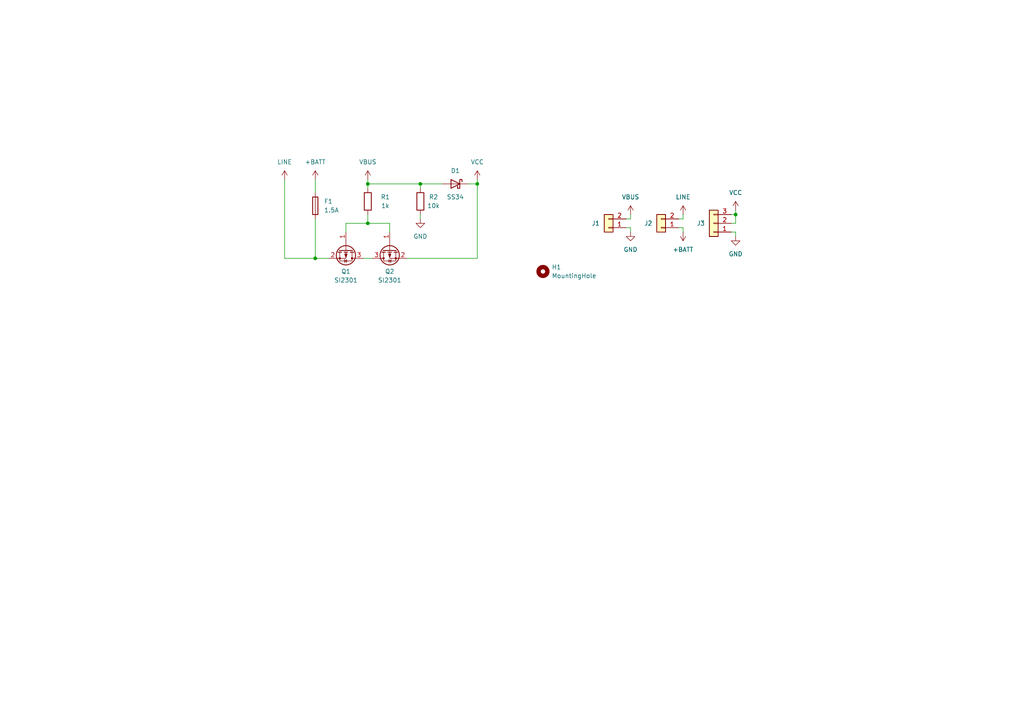
<source format=kicad_sch>
(kicad_sch (version 20230121) (generator eeschema)

  (uuid bf0c3ad5-dd7c-4c9b-a4b0-8fb0fafb42b3)

  (paper "A4")

  (lib_symbols
    (symbol "Connector_Generic:Conn_01x02" (pin_names (offset 1.016) hide) (in_bom yes) (on_board yes)
      (property "Reference" "J" (at 0 2.54 0)
        (effects (font (size 1.27 1.27)))
      )
      (property "Value" "Conn_01x02" (at 0 -5.08 0)
        (effects (font (size 1.27 1.27)))
      )
      (property "Footprint" "" (at 0 0 0)
        (effects (font (size 1.27 1.27)) hide)
      )
      (property "Datasheet" "~" (at 0 0 0)
        (effects (font (size 1.27 1.27)) hide)
      )
      (property "ki_keywords" "connector" (at 0 0 0)
        (effects (font (size 1.27 1.27)) hide)
      )
      (property "ki_description" "Generic connector, single row, 01x02, script generated (kicad-library-utils/schlib/autogen/connector/)" (at 0 0 0)
        (effects (font (size 1.27 1.27)) hide)
      )
      (property "ki_fp_filters" "Connector*:*_1x??_*" (at 0 0 0)
        (effects (font (size 1.27 1.27)) hide)
      )
      (symbol "Conn_01x02_1_1"
        (rectangle (start -1.27 -2.413) (end 0 -2.667)
          (stroke (width 0.1524) (type default))
          (fill (type none))
        )
        (rectangle (start -1.27 0.127) (end 0 -0.127)
          (stroke (width 0.1524) (type default))
          (fill (type none))
        )
        (rectangle (start -1.27 1.27) (end 1.27 -3.81)
          (stroke (width 0.254) (type default))
          (fill (type background))
        )
        (pin passive line (at -5.08 0 0) (length 3.81)
          (name "Pin_1" (effects (font (size 1.27 1.27))))
          (number "1" (effects (font (size 1.27 1.27))))
        )
        (pin passive line (at -5.08 -2.54 0) (length 3.81)
          (name "Pin_2" (effects (font (size 1.27 1.27))))
          (number "2" (effects (font (size 1.27 1.27))))
        )
      )
    )
    (symbol "Connector_Generic:Conn_01x03" (pin_names (offset 1.016) hide) (in_bom yes) (on_board yes)
      (property "Reference" "J" (at 0 5.08 0)
        (effects (font (size 1.27 1.27)))
      )
      (property "Value" "Conn_01x03" (at 0 -5.08 0)
        (effects (font (size 1.27 1.27)))
      )
      (property "Footprint" "" (at 0 0 0)
        (effects (font (size 1.27 1.27)) hide)
      )
      (property "Datasheet" "~" (at 0 0 0)
        (effects (font (size 1.27 1.27)) hide)
      )
      (property "ki_keywords" "connector" (at 0 0 0)
        (effects (font (size 1.27 1.27)) hide)
      )
      (property "ki_description" "Generic connector, single row, 01x03, script generated (kicad-library-utils/schlib/autogen/connector/)" (at 0 0 0)
        (effects (font (size 1.27 1.27)) hide)
      )
      (property "ki_fp_filters" "Connector*:*_1x??_*" (at 0 0 0)
        (effects (font (size 1.27 1.27)) hide)
      )
      (symbol "Conn_01x03_1_1"
        (rectangle (start -1.27 -2.413) (end 0 -2.667)
          (stroke (width 0.1524) (type default))
          (fill (type none))
        )
        (rectangle (start -1.27 0.127) (end 0 -0.127)
          (stroke (width 0.1524) (type default))
          (fill (type none))
        )
        (rectangle (start -1.27 2.667) (end 0 2.413)
          (stroke (width 0.1524) (type default))
          (fill (type none))
        )
        (rectangle (start -1.27 3.81) (end 1.27 -3.81)
          (stroke (width 0.254) (type default))
          (fill (type background))
        )
        (pin passive line (at -5.08 2.54 0) (length 3.81)
          (name "Pin_1" (effects (font (size 1.27 1.27))))
          (number "1" (effects (font (size 1.27 1.27))))
        )
        (pin passive line (at -5.08 0 0) (length 3.81)
          (name "Pin_2" (effects (font (size 1.27 1.27))))
          (number "2" (effects (font (size 1.27 1.27))))
        )
        (pin passive line (at -5.08 -2.54 0) (length 3.81)
          (name "Pin_3" (effects (font (size 1.27 1.27))))
          (number "3" (effects (font (size 1.27 1.27))))
        )
      )
    )
    (symbol "Device:D_Schottky" (pin_numbers hide) (pin_names (offset 1.016) hide) (in_bom yes) (on_board yes)
      (property "Reference" "D" (at 0 2.54 0)
        (effects (font (size 1.27 1.27)))
      )
      (property "Value" "D_Schottky" (at 0 -2.54 0)
        (effects (font (size 1.27 1.27)))
      )
      (property "Footprint" "" (at 0 0 0)
        (effects (font (size 1.27 1.27)) hide)
      )
      (property "Datasheet" "~" (at 0 0 0)
        (effects (font (size 1.27 1.27)) hide)
      )
      (property "ki_keywords" "diode Schottky" (at 0 0 0)
        (effects (font (size 1.27 1.27)) hide)
      )
      (property "ki_description" "Schottky diode" (at 0 0 0)
        (effects (font (size 1.27 1.27)) hide)
      )
      (property "ki_fp_filters" "TO-???* *_Diode_* *SingleDiode* D_*" (at 0 0 0)
        (effects (font (size 1.27 1.27)) hide)
      )
      (symbol "D_Schottky_0_1"
        (polyline
          (pts
            (xy 1.27 0)
            (xy -1.27 0)
          )
          (stroke (width 0) (type default))
          (fill (type none))
        )
        (polyline
          (pts
            (xy 1.27 1.27)
            (xy 1.27 -1.27)
            (xy -1.27 0)
            (xy 1.27 1.27)
          )
          (stroke (width 0.254) (type default))
          (fill (type none))
        )
        (polyline
          (pts
            (xy -1.905 0.635)
            (xy -1.905 1.27)
            (xy -1.27 1.27)
            (xy -1.27 -1.27)
            (xy -0.635 -1.27)
            (xy -0.635 -0.635)
          )
          (stroke (width 0.254) (type default))
          (fill (type none))
        )
      )
      (symbol "D_Schottky_1_1"
        (pin passive line (at -3.81 0 0) (length 2.54)
          (name "K" (effects (font (size 1.27 1.27))))
          (number "1" (effects (font (size 1.27 1.27))))
        )
        (pin passive line (at 3.81 0 180) (length 2.54)
          (name "A" (effects (font (size 1.27 1.27))))
          (number "2" (effects (font (size 1.27 1.27))))
        )
      )
    )
    (symbol "Device:Fuse" (pin_numbers hide) (pin_names (offset 0)) (in_bom yes) (on_board yes)
      (property "Reference" "F" (at 2.032 0 90)
        (effects (font (size 1.27 1.27)))
      )
      (property "Value" "Fuse" (at -1.905 0 90)
        (effects (font (size 1.27 1.27)))
      )
      (property "Footprint" "" (at -1.778 0 90)
        (effects (font (size 1.27 1.27)) hide)
      )
      (property "Datasheet" "~" (at 0 0 0)
        (effects (font (size 1.27 1.27)) hide)
      )
      (property "ki_keywords" "fuse" (at 0 0 0)
        (effects (font (size 1.27 1.27)) hide)
      )
      (property "ki_description" "Fuse" (at 0 0 0)
        (effects (font (size 1.27 1.27)) hide)
      )
      (property "ki_fp_filters" "*Fuse*" (at 0 0 0)
        (effects (font (size 1.27 1.27)) hide)
      )
      (symbol "Fuse_0_1"
        (rectangle (start -0.762 -2.54) (end 0.762 2.54)
          (stroke (width 0.254) (type default))
          (fill (type none))
        )
        (polyline
          (pts
            (xy 0 2.54)
            (xy 0 -2.54)
          )
          (stroke (width 0) (type default))
          (fill (type none))
        )
      )
      (symbol "Fuse_1_1"
        (pin passive line (at 0 3.81 270) (length 1.27)
          (name "~" (effects (font (size 1.27 1.27))))
          (number "1" (effects (font (size 1.27 1.27))))
        )
        (pin passive line (at 0 -3.81 90) (length 1.27)
          (name "~" (effects (font (size 1.27 1.27))))
          (number "2" (effects (font (size 1.27 1.27))))
        )
      )
    )
    (symbol "Device:Q_PMOS_GSD" (pin_names (offset 0) hide) (in_bom yes) (on_board yes)
      (property "Reference" "Q" (at 5.08 1.27 0)
        (effects (font (size 1.27 1.27)) (justify left))
      )
      (property "Value" "Q_PMOS_GSD" (at 5.08 -1.27 0)
        (effects (font (size 1.27 1.27)) (justify left))
      )
      (property "Footprint" "" (at 5.08 2.54 0)
        (effects (font (size 1.27 1.27)) hide)
      )
      (property "Datasheet" "~" (at 0 0 0)
        (effects (font (size 1.27 1.27)) hide)
      )
      (property "ki_keywords" "transistor PMOS P-MOS P-MOSFET" (at 0 0 0)
        (effects (font (size 1.27 1.27)) hide)
      )
      (property "ki_description" "P-MOSFET transistor, gate/source/drain" (at 0 0 0)
        (effects (font (size 1.27 1.27)) hide)
      )
      (symbol "Q_PMOS_GSD_0_1"
        (polyline
          (pts
            (xy 0.254 0)
            (xy -2.54 0)
          )
          (stroke (width 0) (type default))
          (fill (type none))
        )
        (polyline
          (pts
            (xy 0.254 1.905)
            (xy 0.254 -1.905)
          )
          (stroke (width 0.254) (type default))
          (fill (type none))
        )
        (polyline
          (pts
            (xy 0.762 -1.27)
            (xy 0.762 -2.286)
          )
          (stroke (width 0.254) (type default))
          (fill (type none))
        )
        (polyline
          (pts
            (xy 0.762 0.508)
            (xy 0.762 -0.508)
          )
          (stroke (width 0.254) (type default))
          (fill (type none))
        )
        (polyline
          (pts
            (xy 0.762 2.286)
            (xy 0.762 1.27)
          )
          (stroke (width 0.254) (type default))
          (fill (type none))
        )
        (polyline
          (pts
            (xy 2.54 2.54)
            (xy 2.54 1.778)
          )
          (stroke (width 0) (type default))
          (fill (type none))
        )
        (polyline
          (pts
            (xy 2.54 -2.54)
            (xy 2.54 0)
            (xy 0.762 0)
          )
          (stroke (width 0) (type default))
          (fill (type none))
        )
        (polyline
          (pts
            (xy 0.762 1.778)
            (xy 3.302 1.778)
            (xy 3.302 -1.778)
            (xy 0.762 -1.778)
          )
          (stroke (width 0) (type default))
          (fill (type none))
        )
        (polyline
          (pts
            (xy 2.286 0)
            (xy 1.27 0.381)
            (xy 1.27 -0.381)
            (xy 2.286 0)
          )
          (stroke (width 0) (type default))
          (fill (type outline))
        )
        (polyline
          (pts
            (xy 2.794 -0.508)
            (xy 2.921 -0.381)
            (xy 3.683 -0.381)
            (xy 3.81 -0.254)
          )
          (stroke (width 0) (type default))
          (fill (type none))
        )
        (polyline
          (pts
            (xy 3.302 -0.381)
            (xy 2.921 0.254)
            (xy 3.683 0.254)
            (xy 3.302 -0.381)
          )
          (stroke (width 0) (type default))
          (fill (type none))
        )
        (circle (center 1.651 0) (radius 2.794)
          (stroke (width 0.254) (type default))
          (fill (type none))
        )
        (circle (center 2.54 -1.778) (radius 0.254)
          (stroke (width 0) (type default))
          (fill (type outline))
        )
        (circle (center 2.54 1.778) (radius 0.254)
          (stroke (width 0) (type default))
          (fill (type outline))
        )
      )
      (symbol "Q_PMOS_GSD_1_1"
        (pin input line (at -5.08 0 0) (length 2.54)
          (name "G" (effects (font (size 1.27 1.27))))
          (number "1" (effects (font (size 1.27 1.27))))
        )
        (pin passive line (at 2.54 -5.08 90) (length 2.54)
          (name "S" (effects (font (size 1.27 1.27))))
          (number "2" (effects (font (size 1.27 1.27))))
        )
        (pin passive line (at 2.54 5.08 270) (length 2.54)
          (name "D" (effects (font (size 1.27 1.27))))
          (number "3" (effects (font (size 1.27 1.27))))
        )
      )
    )
    (symbol "Device:R" (pin_numbers hide) (pin_names (offset 0)) (in_bom yes) (on_board yes)
      (property "Reference" "R" (at 2.032 0 90)
        (effects (font (size 1.27 1.27)))
      )
      (property "Value" "R" (at 0 0 90)
        (effects (font (size 1.27 1.27)))
      )
      (property "Footprint" "" (at -1.778 0 90)
        (effects (font (size 1.27 1.27)) hide)
      )
      (property "Datasheet" "~" (at 0 0 0)
        (effects (font (size 1.27 1.27)) hide)
      )
      (property "ki_keywords" "R res resistor" (at 0 0 0)
        (effects (font (size 1.27 1.27)) hide)
      )
      (property "ki_description" "Resistor" (at 0 0 0)
        (effects (font (size 1.27 1.27)) hide)
      )
      (property "ki_fp_filters" "R_*" (at 0 0 0)
        (effects (font (size 1.27 1.27)) hide)
      )
      (symbol "R_0_1"
        (rectangle (start -1.016 -2.54) (end 1.016 2.54)
          (stroke (width 0.254) (type default))
          (fill (type none))
        )
      )
      (symbol "R_1_1"
        (pin passive line (at 0 3.81 270) (length 1.27)
          (name "~" (effects (font (size 1.27 1.27))))
          (number "1" (effects (font (size 1.27 1.27))))
        )
        (pin passive line (at 0 -3.81 90) (length 1.27)
          (name "~" (effects (font (size 1.27 1.27))))
          (number "2" (effects (font (size 1.27 1.27))))
        )
      )
    )
    (symbol "Mechanical:MountingHole" (pin_names (offset 1.016)) (in_bom yes) (on_board yes)
      (property "Reference" "H" (at 0 5.08 0)
        (effects (font (size 1.27 1.27)))
      )
      (property "Value" "MountingHole" (at 0 3.175 0)
        (effects (font (size 1.27 1.27)))
      )
      (property "Footprint" "" (at 0 0 0)
        (effects (font (size 1.27 1.27)) hide)
      )
      (property "Datasheet" "~" (at 0 0 0)
        (effects (font (size 1.27 1.27)) hide)
      )
      (property "ki_keywords" "mounting hole" (at 0 0 0)
        (effects (font (size 1.27 1.27)) hide)
      )
      (property "ki_description" "Mounting Hole without connection" (at 0 0 0)
        (effects (font (size 1.27 1.27)) hide)
      )
      (property "ki_fp_filters" "MountingHole*" (at 0 0 0)
        (effects (font (size 1.27 1.27)) hide)
      )
      (symbol "MountingHole_0_1"
        (circle (center 0 0) (radius 1.27)
          (stroke (width 1.27) (type default))
          (fill (type none))
        )
      )
    )
    (symbol "power:+BATT" (power) (pin_names (offset 0)) (in_bom yes) (on_board yes)
      (property "Reference" "#PWR" (at 0 -3.81 0)
        (effects (font (size 1.27 1.27)) hide)
      )
      (property "Value" "+BATT" (at 0 3.556 0)
        (effects (font (size 1.27 1.27)))
      )
      (property "Footprint" "" (at 0 0 0)
        (effects (font (size 1.27 1.27)) hide)
      )
      (property "Datasheet" "" (at 0 0 0)
        (effects (font (size 1.27 1.27)) hide)
      )
      (property "ki_keywords" "global power battery" (at 0 0 0)
        (effects (font (size 1.27 1.27)) hide)
      )
      (property "ki_description" "Power symbol creates a global label with name \"+BATT\"" (at 0 0 0)
        (effects (font (size 1.27 1.27)) hide)
      )
      (symbol "+BATT_0_1"
        (polyline
          (pts
            (xy -0.762 1.27)
            (xy 0 2.54)
          )
          (stroke (width 0) (type default))
          (fill (type none))
        )
        (polyline
          (pts
            (xy 0 0)
            (xy 0 2.54)
          )
          (stroke (width 0) (type default))
          (fill (type none))
        )
        (polyline
          (pts
            (xy 0 2.54)
            (xy 0.762 1.27)
          )
          (stroke (width 0) (type default))
          (fill (type none))
        )
      )
      (symbol "+BATT_1_1"
        (pin power_in line (at 0 0 90) (length 0) hide
          (name "+BATT" (effects (font (size 1.27 1.27))))
          (number "1" (effects (font (size 1.27 1.27))))
        )
      )
    )
    (symbol "power:GND" (power) (pin_names (offset 0)) (in_bom yes) (on_board yes)
      (property "Reference" "#PWR" (at 0 -6.35 0)
        (effects (font (size 1.27 1.27)) hide)
      )
      (property "Value" "GND" (at 0 -3.81 0)
        (effects (font (size 1.27 1.27)))
      )
      (property "Footprint" "" (at 0 0 0)
        (effects (font (size 1.27 1.27)) hide)
      )
      (property "Datasheet" "" (at 0 0 0)
        (effects (font (size 1.27 1.27)) hide)
      )
      (property "ki_keywords" "global power" (at 0 0 0)
        (effects (font (size 1.27 1.27)) hide)
      )
      (property "ki_description" "Power symbol creates a global label with name \"GND\" , ground" (at 0 0 0)
        (effects (font (size 1.27 1.27)) hide)
      )
      (symbol "GND_0_1"
        (polyline
          (pts
            (xy 0 0)
            (xy 0 -1.27)
            (xy 1.27 -1.27)
            (xy 0 -2.54)
            (xy -1.27 -1.27)
            (xy 0 -1.27)
          )
          (stroke (width 0) (type default))
          (fill (type none))
        )
      )
      (symbol "GND_1_1"
        (pin power_in line (at 0 0 270) (length 0) hide
          (name "GND" (effects (font (size 1.27 1.27))))
          (number "1" (effects (font (size 1.27 1.27))))
        )
      )
    )
    (symbol "power:LINE" (power) (pin_names (offset 0)) (in_bom yes) (on_board yes)
      (property "Reference" "#PWR" (at 0 -3.81 0)
        (effects (font (size 1.27 1.27)) hide)
      )
      (property "Value" "LINE" (at 0 3.81 0)
        (effects (font (size 1.27 1.27)))
      )
      (property "Footprint" "" (at 0 0 0)
        (effects (font (size 1.27 1.27)) hide)
      )
      (property "Datasheet" "" (at 0 0 0)
        (effects (font (size 1.27 1.27)) hide)
      )
      (property "ki_keywords" "global power" (at 0 0 0)
        (effects (font (size 1.27 1.27)) hide)
      )
      (property "ki_description" "Power symbol creates a global label with name \"LINE\"" (at 0 0 0)
        (effects (font (size 1.27 1.27)) hide)
      )
      (symbol "LINE_0_1"
        (polyline
          (pts
            (xy -0.762 1.27)
            (xy 0 2.54)
          )
          (stroke (width 0) (type default))
          (fill (type none))
        )
        (polyline
          (pts
            (xy 0 0)
            (xy 0 2.54)
          )
          (stroke (width 0) (type default))
          (fill (type none))
        )
        (polyline
          (pts
            (xy 0 2.54)
            (xy 0.762 1.27)
          )
          (stroke (width 0) (type default))
          (fill (type none))
        )
      )
      (symbol "LINE_1_1"
        (pin power_in line (at 0 0 90) (length 0) hide
          (name "LINE" (effects (font (size 1.27 1.27))))
          (number "1" (effects (font (size 1.27 1.27))))
        )
      )
    )
    (symbol "power:VBUS" (power) (pin_names (offset 0)) (in_bom yes) (on_board yes)
      (property "Reference" "#PWR" (at 0 -3.81 0)
        (effects (font (size 1.27 1.27)) hide)
      )
      (property "Value" "VBUS" (at 0 3.81 0)
        (effects (font (size 1.27 1.27)))
      )
      (property "Footprint" "" (at 0 0 0)
        (effects (font (size 1.27 1.27)) hide)
      )
      (property "Datasheet" "" (at 0 0 0)
        (effects (font (size 1.27 1.27)) hide)
      )
      (property "ki_keywords" "global power" (at 0 0 0)
        (effects (font (size 1.27 1.27)) hide)
      )
      (property "ki_description" "Power symbol creates a global label with name \"VBUS\"" (at 0 0 0)
        (effects (font (size 1.27 1.27)) hide)
      )
      (symbol "VBUS_0_1"
        (polyline
          (pts
            (xy -0.762 1.27)
            (xy 0 2.54)
          )
          (stroke (width 0) (type default))
          (fill (type none))
        )
        (polyline
          (pts
            (xy 0 0)
            (xy 0 2.54)
          )
          (stroke (width 0) (type default))
          (fill (type none))
        )
        (polyline
          (pts
            (xy 0 2.54)
            (xy 0.762 1.27)
          )
          (stroke (width 0) (type default))
          (fill (type none))
        )
      )
      (symbol "VBUS_1_1"
        (pin power_in line (at 0 0 90) (length 0) hide
          (name "VBUS" (effects (font (size 1.27 1.27))))
          (number "1" (effects (font (size 1.27 1.27))))
        )
      )
    )
    (symbol "power:VCC" (power) (pin_names (offset 0)) (in_bom yes) (on_board yes)
      (property "Reference" "#PWR" (at 0 -3.81 0)
        (effects (font (size 1.27 1.27)) hide)
      )
      (property "Value" "VCC" (at 0 3.81 0)
        (effects (font (size 1.27 1.27)))
      )
      (property "Footprint" "" (at 0 0 0)
        (effects (font (size 1.27 1.27)) hide)
      )
      (property "Datasheet" "" (at 0 0 0)
        (effects (font (size 1.27 1.27)) hide)
      )
      (property "ki_keywords" "global power" (at 0 0 0)
        (effects (font (size 1.27 1.27)) hide)
      )
      (property "ki_description" "Power symbol creates a global label with name \"VCC\"" (at 0 0 0)
        (effects (font (size 1.27 1.27)) hide)
      )
      (symbol "VCC_0_1"
        (polyline
          (pts
            (xy -0.762 1.27)
            (xy 0 2.54)
          )
          (stroke (width 0) (type default))
          (fill (type none))
        )
        (polyline
          (pts
            (xy 0 0)
            (xy 0 2.54)
          )
          (stroke (width 0) (type default))
          (fill (type none))
        )
        (polyline
          (pts
            (xy 0 2.54)
            (xy 0.762 1.27)
          )
          (stroke (width 0) (type default))
          (fill (type none))
        )
      )
      (symbol "VCC_1_1"
        (pin power_in line (at 0 0 90) (length 0) hide
          (name "VCC" (effects (font (size 1.27 1.27))))
          (number "1" (effects (font (size 1.27 1.27))))
        )
      )
    )
  )

  (junction (at 213.36 62.23) (diameter 0) (color 0 0 0 0)
    (uuid 3b2755be-95ac-48d6-b08e-bf3e29033671)
  )
  (junction (at 91.44 74.93) (diameter 0) (color 0 0 0 0)
    (uuid 7f07fca9-a7d1-4d47-8d51-7a88d68746ff)
  )
  (junction (at 121.92 53.34) (diameter 0) (color 0 0 0 0)
    (uuid abd02fa9-ad9f-42a8-aafb-9a617239a2e1)
  )
  (junction (at 138.43 53.34) (diameter 0) (color 0 0 0 0)
    (uuid ae91c4b4-8926-4457-b72e-2882e98483d0)
  )
  (junction (at 106.68 64.77) (diameter 0) (color 0 0 0 0)
    (uuid c83293c3-e37c-4601-b445-0b6a5a0595c4)
  )
  (junction (at 106.68 53.34) (diameter 0) (color 0 0 0 0)
    (uuid dcc1fc89-6ff7-45c0-8d5c-e55a41587b41)
  )

  (wire (pts (xy 113.03 64.77) (xy 113.03 67.31))
    (stroke (width 0) (type default))
    (uuid 09a4c9c4-8a6f-4c65-bf40-bd1d590e468d)
  )
  (wire (pts (xy 106.68 53.34) (xy 121.92 53.34))
    (stroke (width 0) (type default))
    (uuid 0fa7bd53-5de9-4bd9-8dba-6b4a958cc423)
  )
  (wire (pts (xy 91.44 63.5) (xy 91.44 74.93))
    (stroke (width 0) (type default))
    (uuid 10f86361-c056-4745-a084-7c834201241f)
  )
  (wire (pts (xy 106.68 52.07) (xy 106.68 53.34))
    (stroke (width 0) (type default))
    (uuid 22076c74-b88b-44cc-8041-c52f9adf0bce)
  )
  (wire (pts (xy 121.92 62.23) (xy 121.92 63.5))
    (stroke (width 0) (type default))
    (uuid 28952a76-ff51-42bc-8910-1c5234991dcc)
  )
  (wire (pts (xy 91.44 52.07) (xy 91.44 55.88))
    (stroke (width 0) (type default))
    (uuid 335069d6-c909-49a9-954d-696a7a6fb970)
  )
  (wire (pts (xy 82.55 52.07) (xy 82.55 74.93))
    (stroke (width 0) (type default))
    (uuid 37abe0dd-4bca-4fff-8bc3-997de6fb9b71)
  )
  (wire (pts (xy 181.61 63.5) (xy 182.88 63.5))
    (stroke (width 0) (type default))
    (uuid 3a63da95-5580-4384-bfbb-98f3fb177496)
  )
  (wire (pts (xy 121.92 53.34) (xy 128.27 53.34))
    (stroke (width 0) (type default))
    (uuid 3b2461b9-549d-439b-80af-7854f1f29bd1)
  )
  (wire (pts (xy 213.36 60.96) (xy 213.36 62.23))
    (stroke (width 0) (type default))
    (uuid 46462f39-4151-4a64-99e6-71b9df2efb84)
  )
  (wire (pts (xy 212.09 67.31) (xy 213.36 67.31))
    (stroke (width 0) (type default))
    (uuid 6065c3f9-8307-4b6b-b2f5-e308f8468137)
  )
  (wire (pts (xy 82.55 74.93) (xy 91.44 74.93))
    (stroke (width 0) (type default))
    (uuid 655e48fe-776a-453c-a5ca-7f1c7612a9a7)
  )
  (wire (pts (xy 196.85 63.5) (xy 198.12 63.5))
    (stroke (width 0) (type default))
    (uuid 6f642cec-5c99-40a7-8870-5598b90c0ced)
  )
  (wire (pts (xy 198.12 62.23) (xy 198.12 63.5))
    (stroke (width 0) (type default))
    (uuid 72242aaf-c0ef-4214-9ccd-7504c7334593)
  )
  (wire (pts (xy 213.36 67.31) (xy 213.36 68.58))
    (stroke (width 0) (type default))
    (uuid 726e57be-5d31-4459-8cd9-5c537f2e6e73)
  )
  (wire (pts (xy 100.33 64.77) (xy 106.68 64.77))
    (stroke (width 0) (type default))
    (uuid 755d6380-e16a-4621-a74e-a4b06e6e376f)
  )
  (wire (pts (xy 181.61 66.04) (xy 182.88 66.04))
    (stroke (width 0) (type default))
    (uuid 7edd7a60-8f75-43e6-a4be-fe0b56fcebe2)
  )
  (wire (pts (xy 138.43 53.34) (xy 138.43 52.07))
    (stroke (width 0) (type default))
    (uuid 8aff72fa-5d1e-4c34-b715-2b7efcc58104)
  )
  (wire (pts (xy 135.89 53.34) (xy 138.43 53.34))
    (stroke (width 0) (type default))
    (uuid 950192af-0ca9-4dbd-b894-1b68bdc1c157)
  )
  (wire (pts (xy 121.92 54.61) (xy 121.92 53.34))
    (stroke (width 0) (type default))
    (uuid a0152743-b63c-4ce5-b39a-9e6f7ebfda56)
  )
  (wire (pts (xy 105.41 74.93) (xy 107.95 74.93))
    (stroke (width 0) (type default))
    (uuid a1f535fe-5aff-42b8-a277-d3c972dac006)
  )
  (wire (pts (xy 182.88 66.04) (xy 182.88 67.31))
    (stroke (width 0) (type default))
    (uuid a376e7e9-5670-4576-b2f9-7a80893a16ef)
  )
  (wire (pts (xy 106.68 53.34) (xy 106.68 54.61))
    (stroke (width 0) (type default))
    (uuid a53abb62-3eb4-4fb6-b97e-3354abc8a17b)
  )
  (wire (pts (xy 100.33 67.31) (xy 100.33 64.77))
    (stroke (width 0) (type default))
    (uuid a6e09e79-0501-4c36-8437-03eda264bb42)
  )
  (wire (pts (xy 213.36 64.77) (xy 213.36 62.23))
    (stroke (width 0) (type default))
    (uuid accfc62d-a8b1-4157-8c8e-74781849db48)
  )
  (wire (pts (xy 196.85 66.04) (xy 198.12 66.04))
    (stroke (width 0) (type default))
    (uuid b75bc9f3-7e87-4fe4-a624-c89887d4c5fd)
  )
  (wire (pts (xy 106.68 64.77) (xy 113.03 64.77))
    (stroke (width 0) (type default))
    (uuid b774232d-7164-435b-b3e7-ba4b796cb410)
  )
  (wire (pts (xy 106.68 62.23) (xy 106.68 64.77))
    (stroke (width 0) (type default))
    (uuid c27de78a-ca5d-4935-a311-fe37c3195860)
  )
  (wire (pts (xy 198.12 66.04) (xy 198.12 67.31))
    (stroke (width 0) (type default))
    (uuid cda102be-d062-4e64-96b6-30ec337b9c48)
  )
  (wire (pts (xy 91.44 74.93) (xy 95.25 74.93))
    (stroke (width 0) (type default))
    (uuid d050a247-a1be-4872-8fbb-61a4b8348e32)
  )
  (wire (pts (xy 118.11 74.93) (xy 138.43 74.93))
    (stroke (width 0) (type default))
    (uuid d051674a-6d4d-4392-8ac0-c0f24420ff60)
  )
  (wire (pts (xy 182.88 62.23) (xy 182.88 63.5))
    (stroke (width 0) (type default))
    (uuid dccd0bb5-3ec8-48d0-bd43-673d1f157481)
  )
  (wire (pts (xy 212.09 64.77) (xy 213.36 64.77))
    (stroke (width 0) (type default))
    (uuid e95847f5-abf1-462d-bf51-171ab62aba48)
  )
  (wire (pts (xy 212.09 62.23) (xy 213.36 62.23))
    (stroke (width 0) (type default))
    (uuid fad2d8bb-2314-4e27-afa3-5282ece18175)
  )
  (wire (pts (xy 138.43 53.34) (xy 138.43 74.93))
    (stroke (width 0) (type default))
    (uuid ff7085cc-eb44-47ec-b755-1d42e7fb40ba)
  )

  (symbol (lib_id "Device:Fuse") (at 91.44 59.69 0) (unit 1)
    (in_bom yes) (on_board yes) (dnp no) (fields_autoplaced)
    (uuid 019d0b0c-960a-436f-b0ca-bd8a20f14060)
    (property "Reference" "F1" (at 93.98 58.42 0)
      (effects (font (size 1.27 1.27)) (justify left))
    )
    (property "Value" "1.5A" (at 93.98 60.96 0)
      (effects (font (size 1.27 1.27)) (justify left))
    )
    (property "Footprint" "Fuse:Fuse_1206_3216Metric" (at 89.662 59.69 90)
      (effects (font (size 1.27 1.27)) hide)
    )
    (property "Datasheet" "~" (at 91.44 59.69 0)
      (effects (font (size 1.27 1.27)) hide)
    )
    (pin "1" (uuid 2c6895e9-fe81-496d-91de-806002b6c4f3))
    (pin "2" (uuid d2537b6c-c584-4871-a97b-276b73b1e5f5))
    (instances
      (project "TP4056-module-adapter"
        (path "/bf0c3ad5-dd7c-4c9b-a4b0-8fb0fafb42b3"
          (reference "F1") (unit 1)
        )
      )
      (project "LiPo_BuckBoost_Charger"
        (path "/ebf16ca0-689c-447d-aaab-3c694dddd46d"
          (reference "F1") (unit 1)
        )
      )
    )
  )

  (symbol (lib_id "power:VBUS") (at 106.68 52.07 0) (unit 1)
    (in_bom yes) (on_board yes) (dnp no) (fields_autoplaced)
    (uuid 38e6ce65-bbd1-4422-8530-4d462b582abf)
    (property "Reference" "#PWR06" (at 106.68 55.88 0)
      (effects (font (size 1.27 1.27)) hide)
    )
    (property "Value" "VBUS" (at 106.68 46.99 0)
      (effects (font (size 1.27 1.27)))
    )
    (property "Footprint" "" (at 106.68 52.07 0)
      (effects (font (size 1.27 1.27)) hide)
    )
    (property "Datasheet" "" (at 106.68 52.07 0)
      (effects (font (size 1.27 1.27)) hide)
    )
    (pin "1" (uuid a7212c32-a91b-43b8-840f-9afd4efe7451))
    (instances
      (project "BreadBoardBoard"
        (path "/05b89db7-db39-4e24-b68f-75b468b21a6c"
          (reference "#PWR06") (unit 1)
        )
      )
      (project "TP4056-module-adapter"
        (path "/bf0c3ad5-dd7c-4c9b-a4b0-8fb0fafb42b3"
          (reference "#PWR02") (unit 1)
        )
      )
      (project "LiPo_BuckBoost_Charger"
        (path "/ebf16ca0-689c-447d-aaab-3c694dddd46d"
          (reference "#PWR031") (unit 1)
        )
      )
    )
  )

  (symbol (lib_id "power:+BATT") (at 91.44 52.07 0) (unit 1)
    (in_bom yes) (on_board yes) (dnp no) (fields_autoplaced)
    (uuid 48942973-0b31-4a1b-af2a-a521f2fde70e)
    (property "Reference" "#PWR01" (at 91.44 55.88 0)
      (effects (font (size 1.27 1.27)) hide)
    )
    (property "Value" "+BATT" (at 91.44 46.99 0)
      (effects (font (size 1.27 1.27)))
    )
    (property "Footprint" "" (at 91.44 52.07 0)
      (effects (font (size 1.27 1.27)) hide)
    )
    (property "Datasheet" "" (at 91.44 52.07 0)
      (effects (font (size 1.27 1.27)) hide)
    )
    (pin "1" (uuid 6eb2e595-ee0e-41b7-ae16-01a143f3ef06))
    (instances
      (project "TP4056-module-adapter"
        (path "/bf0c3ad5-dd7c-4c9b-a4b0-8fb0fafb42b3"
          (reference "#PWR01") (unit 1)
        )
      )
      (project "LiPo_BuckBoost_Charger"
        (path "/ebf16ca0-689c-447d-aaab-3c694dddd46d"
          (reference "#PWR028") (unit 1)
        )
      )
    )
  )

  (symbol (lib_id "Connector_Generic:Conn_01x02") (at 191.77 66.04 180) (unit 1)
    (in_bom yes) (on_board yes) (dnp no)
    (uuid 4f218a97-0eb6-4def-a22c-80bae489a5a9)
    (property "Reference" "J2" (at 189.23 64.77 0)
      (effects (font (size 1.27 1.27)) (justify left))
    )
    (property "Value" "Conn_01x02" (at 189.23 63.5 0)
      (effects (font (size 1.27 1.27)) (justify left) hide)
    )
    (property "Footprint" "Connector_PinHeader_2.54mm:PinHeader_1x02_P2.54mm_Vertical" (at 191.77 66.04 0)
      (effects (font (size 1.27 1.27)) hide)
    )
    (property "Datasheet" "~" (at 191.77 66.04 0)
      (effects (font (size 1.27 1.27)) hide)
    )
    (pin "1" (uuid 513010b4-b8b6-4987-8859-a3ef55be2de1))
    (pin "2" (uuid f3d16a0c-0e48-486e-8805-5bdef395bab3))
    (instances
      (project "TP4056-module-adapter"
        (path "/bf0c3ad5-dd7c-4c9b-a4b0-8fb0fafb42b3"
          (reference "J2") (unit 1)
        )
      )
    )
  )

  (symbol (lib_id "power:VCC") (at 138.43 52.07 0) (unit 1)
    (in_bom yes) (on_board yes) (dnp no)
    (uuid 625345ac-1354-4d59-aa4d-1c996c42de2e)
    (property "Reference" "#PWR03" (at 138.43 55.88 0)
      (effects (font (size 1.27 1.27)) hide)
    )
    (property "Value" "VCC" (at 138.43 46.99 0)
      (effects (font (size 1.27 1.27)))
    )
    (property "Footprint" "" (at 138.43 52.07 0)
      (effects (font (size 1.27 1.27)) hide)
    )
    (property "Datasheet" "" (at 138.43 52.07 0)
      (effects (font (size 1.27 1.27)) hide)
    )
    (pin "1" (uuid 7eec393c-c02c-4253-9138-0f6708462ffd))
    (instances
      (project "TP4056-module-adapter"
        (path "/bf0c3ad5-dd7c-4c9b-a4b0-8fb0fafb42b3"
          (reference "#PWR03") (unit 1)
        )
      )
      (project "LiPo_BuckBoost_Charger"
        (path "/ebf16ca0-689c-447d-aaab-3c694dddd46d"
          (reference "#PWR045") (unit 1)
        )
      )
    )
  )

  (symbol (lib_id "power:LINE") (at 198.12 62.23 0) (unit 1)
    (in_bom yes) (on_board yes) (dnp no) (fields_autoplaced)
    (uuid 6fe5597e-fdf2-4b0f-8440-ee505663e487)
    (property "Reference" "#PWR07" (at 198.12 66.04 0)
      (effects (font (size 1.27 1.27)) hide)
    )
    (property "Value" "LINE" (at 198.12 57.15 0)
      (effects (font (size 1.27 1.27)))
    )
    (property "Footprint" "" (at 198.12 62.23 0)
      (effects (font (size 1.27 1.27)) hide)
    )
    (property "Datasheet" "" (at 198.12 62.23 0)
      (effects (font (size 1.27 1.27)) hide)
    )
    (pin "1" (uuid cbddfa4a-34ec-40bb-8077-3eada7c76daf))
    (instances
      (project "TP4056-module-adapter"
        (path "/bf0c3ad5-dd7c-4c9b-a4b0-8fb0fafb42b3"
          (reference "#PWR07") (unit 1)
        )
      )
    )
  )

  (symbol (lib_id "Device:Q_PMOS_GSD") (at 100.33 72.39 270) (unit 1)
    (in_bom yes) (on_board yes) (dnp no)
    (uuid 71876af4-90a0-4ae8-93d1-481af2636b0e)
    (property "Reference" "Q1" (at 100.33 78.74 90)
      (effects (font (size 1.27 1.27)))
    )
    (property "Value" "SI2301" (at 100.33 81.28 90)
      (effects (font (size 1.27 1.27)))
    )
    (property "Footprint" "Package_TO_SOT_SMD:SOT-23" (at 102.87 77.47 0)
      (effects (font (size 1.27 1.27)) hide)
    )
    (property "Datasheet" "~" (at 100.33 72.39 0)
      (effects (font (size 1.27 1.27)) hide)
    )
    (pin "1" (uuid 02224929-8e55-4c4c-9809-5fbe42ea9316))
    (pin "2" (uuid bd1b1a86-5cf6-47dc-ac32-004082e3c8f7))
    (pin "3" (uuid c8d9e444-3327-4ffb-9ad0-dfbc69994c1a))
    (instances
      (project "TP4056-module-adapter"
        (path "/bf0c3ad5-dd7c-4c9b-a4b0-8fb0fafb42b3"
          (reference "Q1") (unit 1)
        )
      )
      (project "LiPo_BuckBoost_Charger"
        (path "/ebf16ca0-689c-447d-aaab-3c694dddd46d"
          (reference "Q1") (unit 1)
        )
      )
    )
  )

  (symbol (lib_id "power:GND") (at 213.36 68.58 0) (unit 1)
    (in_bom yes) (on_board yes) (dnp no) (fields_autoplaced)
    (uuid 7202a3e5-bced-4023-9908-8eeb454ec54d)
    (property "Reference" "#PWR011" (at 213.36 74.93 0)
      (effects (font (size 1.27 1.27)) hide)
    )
    (property "Value" "GND" (at 213.36 73.66 0)
      (effects (font (size 1.27 1.27)))
    )
    (property "Footprint" "" (at 213.36 68.58 0)
      (effects (font (size 1.27 1.27)) hide)
    )
    (property "Datasheet" "" (at 213.36 68.58 0)
      (effects (font (size 1.27 1.27)) hide)
    )
    (pin "1" (uuid 545f0a82-f23a-4b4a-912a-65b982309811))
    (instances
      (project "TP4056-module-adapter"
        (path "/bf0c3ad5-dd7c-4c9b-a4b0-8fb0fafb42b3"
          (reference "#PWR011") (unit 1)
        )
      )
    )
  )

  (symbol (lib_id "power:+BATT") (at 198.12 67.31 180) (unit 1)
    (in_bom yes) (on_board yes) (dnp no) (fields_autoplaced)
    (uuid 782c1f16-dc4e-4427-98da-03216670a2c1)
    (property "Reference" "#PWR09" (at 198.12 63.5 0)
      (effects (font (size 1.27 1.27)) hide)
    )
    (property "Value" "+BATT" (at 198.12 72.39 0)
      (effects (font (size 1.27 1.27)))
    )
    (property "Footprint" "" (at 198.12 67.31 0)
      (effects (font (size 1.27 1.27)) hide)
    )
    (property "Datasheet" "" (at 198.12 67.31 0)
      (effects (font (size 1.27 1.27)) hide)
    )
    (pin "1" (uuid 01d7a8d5-03a1-4628-a610-96e757a2ecfd))
    (instances
      (project "TP4056-module-adapter"
        (path "/bf0c3ad5-dd7c-4c9b-a4b0-8fb0fafb42b3"
          (reference "#PWR09") (unit 1)
        )
      )
      (project "LiPo_BuckBoost_Charger"
        (path "/ebf16ca0-689c-447d-aaab-3c694dddd46d"
          (reference "#PWR029") (unit 1)
        )
      )
    )
  )

  (symbol (lib_id "power:LINE") (at 82.55 52.07 0) (unit 1)
    (in_bom yes) (on_board yes) (dnp no) (fields_autoplaced)
    (uuid 85ae97ac-a047-4767-bc3b-698ab9084ab3)
    (property "Reference" "#PWR010" (at 82.55 55.88 0)
      (effects (font (size 1.27 1.27)) hide)
    )
    (property "Value" "LINE" (at 82.55 46.99 0)
      (effects (font (size 1.27 1.27)))
    )
    (property "Footprint" "" (at 82.55 52.07 0)
      (effects (font (size 1.27 1.27)) hide)
    )
    (property "Datasheet" "" (at 82.55 52.07 0)
      (effects (font (size 1.27 1.27)) hide)
    )
    (pin "1" (uuid 10168818-9c28-4563-8674-851e6116611a))
    (instances
      (project "TP4056-module-adapter"
        (path "/bf0c3ad5-dd7c-4c9b-a4b0-8fb0fafb42b3"
          (reference "#PWR010") (unit 1)
        )
      )
    )
  )

  (symbol (lib_id "Device:R") (at 106.68 58.42 180) (unit 1)
    (in_bom yes) (on_board yes) (dnp no)
    (uuid 95a8a76c-823b-4220-88e4-7a1eac060fa6)
    (property "Reference" "R4" (at 111.76 57.15 0)
      (effects (font (size 1.27 1.27)))
    )
    (property "Value" "1k" (at 111.76 59.69 0)
      (effects (font (size 1.27 1.27)))
    )
    (property "Footprint" "Resistor_SMD:R_0805_2012Metric" (at 108.458 58.42 90)
      (effects (font (size 1.27 1.27)) hide)
    )
    (property "Datasheet" "~" (at 106.68 58.42 0)
      (effects (font (size 1.27 1.27)) hide)
    )
    (pin "1" (uuid cd19b1ed-4161-4ed3-8df3-62e12e765ae6))
    (pin "2" (uuid ad3317f8-e612-4b0f-9df6-7009cb13dc08))
    (instances
      (project "VattirBoard_4layer"
        (path "/a72e996f-55bb-4228-9f30-6f8d77e04e24"
          (reference "R4") (unit 1)
        )
      )
      (project "TP4056-module-adapter"
        (path "/bf0c3ad5-dd7c-4c9b-a4b0-8fb0fafb42b3"
          (reference "R1") (unit 1)
        )
      )
      (project "LiPo_BuckBoost_Charger"
        (path "/ebf16ca0-689c-447d-aaab-3c694dddd46d"
          (reference "R19") (unit 1)
        )
      )
    )
  )

  (symbol (lib_id "power:VBUS") (at 182.88 62.23 0) (unit 1)
    (in_bom yes) (on_board yes) (dnp no) (fields_autoplaced)
    (uuid a81c3bff-7f79-4079-807c-3029671e7ec1)
    (property "Reference" "#PWR06" (at 182.88 66.04 0)
      (effects (font (size 1.27 1.27)) hide)
    )
    (property "Value" "VBUS" (at 182.88 57.15 0)
      (effects (font (size 1.27 1.27)))
    )
    (property "Footprint" "" (at 182.88 62.23 0)
      (effects (font (size 1.27 1.27)) hide)
    )
    (property "Datasheet" "" (at 182.88 62.23 0)
      (effects (font (size 1.27 1.27)) hide)
    )
    (pin "1" (uuid a30b29c9-95ce-4ce8-a2df-f58b867a03cd))
    (instances
      (project "BreadBoardBoard"
        (path "/05b89db7-db39-4e24-b68f-75b468b21a6c"
          (reference "#PWR06") (unit 1)
        )
      )
      (project "TP4056-module-adapter"
        (path "/bf0c3ad5-dd7c-4c9b-a4b0-8fb0fafb42b3"
          (reference "#PWR06") (unit 1)
        )
      )
      (project "LiPo_BuckBoost_Charger"
        (path "/ebf16ca0-689c-447d-aaab-3c694dddd46d"
          (reference "#PWR031") (unit 1)
        )
      )
    )
  )

  (symbol (lib_id "Device:Q_PMOS_GSD") (at 113.03 72.39 90) (mirror x) (unit 1)
    (in_bom yes) (on_board yes) (dnp no)
    (uuid b2590771-4ea2-449c-8ebc-479d287a0366)
    (property "Reference" "Q2" (at 113.03 78.74 90)
      (effects (font (size 1.27 1.27)))
    )
    (property "Value" "SI2301" (at 113.03 81.28 90)
      (effects (font (size 1.27 1.27)))
    )
    (property "Footprint" "Package_TO_SOT_SMD:SOT-23" (at 110.49 77.47 0)
      (effects (font (size 1.27 1.27)) hide)
    )
    (property "Datasheet" "~" (at 113.03 72.39 0)
      (effects (font (size 1.27 1.27)) hide)
    )
    (pin "1" (uuid 67882850-1f39-4e7d-83af-8a0f247a0c76))
    (pin "2" (uuid 9d52da61-0b79-42c8-aa8b-31e87fde25b2))
    (pin "3" (uuid 1bea916f-a9aa-4ee2-a308-0296adbfb10a))
    (instances
      (project "TP4056-module-adapter"
        (path "/bf0c3ad5-dd7c-4c9b-a4b0-8fb0fafb42b3"
          (reference "Q2") (unit 1)
        )
      )
      (project "LiPo_BuckBoost_Charger"
        (path "/ebf16ca0-689c-447d-aaab-3c694dddd46d"
          (reference "Q2") (unit 1)
        )
      )
    )
  )

  (symbol (lib_id "Mechanical:MountingHole") (at 157.48 78.74 0) (unit 1)
    (in_bom yes) (on_board yes) (dnp no) (fields_autoplaced)
    (uuid ba53d9c9-d97b-4ff7-819c-ccb2c4be377b)
    (property "Reference" "H1" (at 160.02 77.47 0)
      (effects (font (size 1.27 1.27)) (justify left))
    )
    (property "Value" "MountingHole" (at 160.02 80.01 0)
      (effects (font (size 1.27 1.27)) (justify left))
    )
    (property "Footprint" "MountingHole:MountingHole_2.2mm_M2_DIN965_Pad" (at 157.48 78.74 0)
      (effects (font (size 1.27 1.27)) hide)
    )
    (property "Datasheet" "~" (at 157.48 78.74 0)
      (effects (font (size 1.27 1.27)) hide)
    )
    (instances
      (project "TP4056-module-adapter"
        (path "/bf0c3ad5-dd7c-4c9b-a4b0-8fb0fafb42b3"
          (reference "H1") (unit 1)
        )
      )
    )
  )

  (symbol (lib_id "power:VCC") (at 213.36 60.96 0) (unit 1)
    (in_bom yes) (on_board yes) (dnp no)
    (uuid c01d9027-3d5d-4949-8468-9c406601c173)
    (property "Reference" "#PWR05" (at 213.36 64.77 0)
      (effects (font (size 1.27 1.27)) hide)
    )
    (property "Value" "VCC" (at 213.36 55.88 0)
      (effects (font (size 1.27 1.27)))
    )
    (property "Footprint" "" (at 213.36 60.96 0)
      (effects (font (size 1.27 1.27)) hide)
    )
    (property "Datasheet" "" (at 213.36 60.96 0)
      (effects (font (size 1.27 1.27)) hide)
    )
    (pin "1" (uuid 1e80339c-e637-4308-baa9-f2f37ceb4862))
    (instances
      (project "TP4056-module-adapter"
        (path "/bf0c3ad5-dd7c-4c9b-a4b0-8fb0fafb42b3"
          (reference "#PWR05") (unit 1)
        )
      )
      (project "LiPo_BuckBoost_Charger"
        (path "/ebf16ca0-689c-447d-aaab-3c694dddd46d"
          (reference "#PWR045") (unit 1)
        )
      )
    )
  )

  (symbol (lib_id "Device:R") (at 121.92 58.42 0) (unit 1)
    (in_bom yes) (on_board yes) (dnp no)
    (uuid c33c5e98-24ee-4da8-b9c3-c9e7ee0ba5a7)
    (property "Reference" "R5" (at 125.73 57.15 0)
      (effects (font (size 1.27 1.27)))
    )
    (property "Value" "10k" (at 125.73 59.69 0)
      (effects (font (size 1.27 1.27)))
    )
    (property "Footprint" "Resistor_SMD:R_0805_2012Metric" (at 120.142 58.42 90)
      (effects (font (size 1.27 1.27)) hide)
    )
    (property "Datasheet" "~" (at 121.92 58.42 0)
      (effects (font (size 1.27 1.27)) hide)
    )
    (pin "1" (uuid e1e81ba2-564b-40c1-9b31-4d35c3708a56))
    (pin "2" (uuid 60123557-917a-4038-bc67-6162fd1af62f))
    (instances
      (project "VattirBoard_4layer"
        (path "/a72e996f-55bb-4228-9f30-6f8d77e04e24"
          (reference "R5") (unit 1)
        )
      )
      (project "TP4056-module-adapter"
        (path "/bf0c3ad5-dd7c-4c9b-a4b0-8fb0fafb42b3"
          (reference "R2") (unit 1)
        )
      )
      (project "LiPo_BuckBoost_Charger"
        (path "/ebf16ca0-689c-447d-aaab-3c694dddd46d"
          (reference "R20") (unit 1)
        )
      )
    )
  )

  (symbol (lib_id "Connector_Generic:Conn_01x02") (at 176.53 66.04 180) (unit 1)
    (in_bom yes) (on_board yes) (dnp no)
    (uuid c68983ff-1485-4960-bda1-c12169b4b757)
    (property "Reference" "J1" (at 173.99 64.77 0)
      (effects (font (size 1.27 1.27)) (justify left))
    )
    (property "Value" "Conn_01x02" (at 173.99 63.5 0)
      (effects (font (size 1.27 1.27)) (justify left) hide)
    )
    (property "Footprint" "Connector_PinHeader_2.54mm:PinHeader_1x02_P2.54mm_Vertical" (at 176.53 66.04 0)
      (effects (font (size 1.27 1.27)) hide)
    )
    (property "Datasheet" "~" (at 176.53 66.04 0)
      (effects (font (size 1.27 1.27)) hide)
    )
    (pin "1" (uuid a75d61b7-4d33-4156-9889-13043dfcda6f))
    (pin "2" (uuid f8ac2130-822b-4388-9444-4d4b2447c644))
    (instances
      (project "TP4056-module-adapter"
        (path "/bf0c3ad5-dd7c-4c9b-a4b0-8fb0fafb42b3"
          (reference "J1") (unit 1)
        )
      )
    )
  )

  (symbol (lib_id "Device:D_Schottky") (at 132.08 53.34 0) (mirror y) (unit 1)
    (in_bom yes) (on_board yes) (dnp no)
    (uuid d7323f57-9155-4730-81b6-89b9f6d6d9d3)
    (property "Reference" "D1" (at 132.08 49.53 0)
      (effects (font (size 1.27 1.27)))
    )
    (property "Value" "SS34" (at 132.08 57.15 0)
      (effects (font (size 1.27 1.27)))
    )
    (property "Footprint" "Diode_SMD:D_SMA" (at 132.08 53.34 0)
      (effects (font (size 1.27 1.27)) hide)
    )
    (property "Datasheet" "~" (at 132.08 53.34 0)
      (effects (font (size 1.27 1.27)) hide)
    )
    (pin "1" (uuid f718048a-3982-412d-8274-6a4c00e66c03))
    (pin "2" (uuid 36b769dc-411f-4e32-af41-87fec9ff9cad))
    (instances
      (project "TP4056-module-adapter"
        (path "/bf0c3ad5-dd7c-4c9b-a4b0-8fb0fafb42b3"
          (reference "D1") (unit 1)
        )
      )
      (project "LiPo_BuckBoost_Charger"
        (path "/ebf16ca0-689c-447d-aaab-3c694dddd46d"
          (reference "D4") (unit 1)
        )
      )
    )
  )

  (symbol (lib_id "power:GND") (at 182.88 67.31 0) (unit 1)
    (in_bom yes) (on_board yes) (dnp no) (fields_autoplaced)
    (uuid e43d751c-0b9c-4cb5-8a99-b177efd32792)
    (property "Reference" "#PWR08" (at 182.88 73.66 0)
      (effects (font (size 1.27 1.27)) hide)
    )
    (property "Value" "GND" (at 182.88 72.39 0)
      (effects (font (size 1.27 1.27)))
    )
    (property "Footprint" "" (at 182.88 67.31 0)
      (effects (font (size 1.27 1.27)) hide)
    )
    (property "Datasheet" "" (at 182.88 67.31 0)
      (effects (font (size 1.27 1.27)) hide)
    )
    (pin "1" (uuid 18c31a6f-d00f-434f-bee1-81d0f227b21f))
    (instances
      (project "TP4056-module-adapter"
        (path "/bf0c3ad5-dd7c-4c9b-a4b0-8fb0fafb42b3"
          (reference "#PWR08") (unit 1)
        )
      )
    )
  )

  (symbol (lib_id "power:GND") (at 121.92 63.5 0) (unit 1)
    (in_bom yes) (on_board yes) (dnp no) (fields_autoplaced)
    (uuid f399263d-6600-4b6b-b54f-fdb735e870a4)
    (property "Reference" "#PWR011" (at 121.92 69.85 0)
      (effects (font (size 1.27 1.27)) hide)
    )
    (property "Value" "GND" (at 121.92 68.58 0)
      (effects (font (size 1.27 1.27)))
    )
    (property "Footprint" "" (at 121.92 63.5 0)
      (effects (font (size 1.27 1.27)) hide)
    )
    (property "Datasheet" "" (at 121.92 63.5 0)
      (effects (font (size 1.27 1.27)) hide)
    )
    (pin "1" (uuid 104ddfa2-2d6d-4377-970e-2fa2692d9a81))
    (instances
      (project "VattirBoard_4layer"
        (path "/a72e996f-55bb-4228-9f30-6f8d77e04e24"
          (reference "#PWR011") (unit 1)
        )
      )
      (project "TP4056-module-adapter"
        (path "/bf0c3ad5-dd7c-4c9b-a4b0-8fb0fafb42b3"
          (reference "#PWR04") (unit 1)
        )
      )
      (project "LiPo_BuckBoost_Charger"
        (path "/ebf16ca0-689c-447d-aaab-3c694dddd46d"
          (reference "#PWR044") (unit 1)
        )
      )
    )
  )

  (symbol (lib_id "Connector_Generic:Conn_01x03") (at 207.01 64.77 180) (unit 1)
    (in_bom yes) (on_board yes) (dnp no)
    (uuid faedf751-70e5-4b22-9178-2f34662820ce)
    (property "Reference" "J3" (at 204.47 64.77 0)
      (effects (font (size 1.27 1.27)) (justify left))
    )
    (property "Value" "Conn_01x03" (at 204.47 63.5 0)
      (effects (font (size 1.27 1.27)) (justify left) hide)
    )
    (property "Footprint" "Connector_PinHeader_2.54mm:PinHeader_1x03_P2.54mm_Vertical" (at 207.01 64.77 0)
      (effects (font (size 1.27 1.27)) hide)
    )
    (property "Datasheet" "~" (at 207.01 64.77 0)
      (effects (font (size 1.27 1.27)) hide)
    )
    (pin "1" (uuid 37f144e2-74b4-4651-b094-3dc3aa7a6b68))
    (pin "2" (uuid 2f20dc36-6222-4391-9c89-1db5c168ac00))
    (pin "3" (uuid 036760f4-858a-4431-880d-d1520ac73051))
    (instances
      (project "TP4056-module-adapter"
        (path "/bf0c3ad5-dd7c-4c9b-a4b0-8fb0fafb42b3"
          (reference "J3") (unit 1)
        )
      )
    )
  )

  (sheet_instances
    (path "/" (page "1"))
  )
)

</source>
